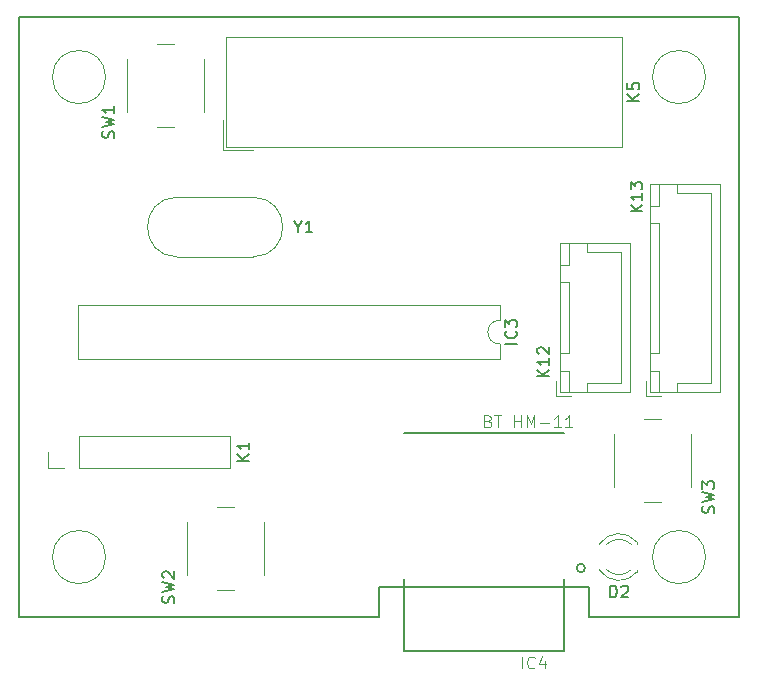
<source format=gbr>
G04 #@! TF.GenerationSoftware,KiCad,Pcbnew,5.0.2-bee76a0~70~ubuntu18.04.1*
G04 #@! TF.CreationDate,2019-02-21T11:42:00+01:00*
G04 #@! TF.ProjectId,PCB_Control,5043425f-436f-46e7-9472-6f6c2e6b6963,rev?*
G04 #@! TF.SameCoordinates,Original*
G04 #@! TF.FileFunction,Legend,Top*
G04 #@! TF.FilePolarity,Positive*
%FSLAX46Y46*%
G04 Gerber Fmt 4.6, Leading zero omitted, Abs format (unit mm)*
G04 Created by KiCad (PCBNEW 5.0.2-bee76a0~70~ubuntu18.04.1) date jeu. 21 févr. 2019 11:42:00 CET*
%MOMM*%
%LPD*%
G01*
G04 APERTURE LIST*
%ADD10C,0.150000*%
%ADD11C,0.200000*%
%ADD12C,0.120000*%
%ADD13C,0.050000*%
G04 APERTURE END LIST*
D10*
X177800000Y-119380000D02*
X177800000Y-116840000D01*
X195580000Y-119380000D02*
X208280000Y-119380000D01*
X195580000Y-116840000D02*
X195580000Y-119380000D01*
X177800000Y-116840000D02*
X195580000Y-116840000D01*
X147320000Y-119380000D02*
X177800000Y-119380000D01*
X147320000Y-119380000D02*
X147320000Y-68580000D01*
X147320000Y-68580000D02*
X208280000Y-68580000D01*
X208280000Y-68580000D02*
X208280000Y-119380000D01*
D11*
G04 #@! TO.C,IC4*
X193440000Y-122280000D02*
X179940000Y-122280000D01*
X179940000Y-122280000D02*
X179940000Y-116130000D01*
X179940000Y-103780000D02*
X193440000Y-103780000D01*
X195250550Y-115230000D02*
G75*
G03X195250550Y-115230000I-360550J0D01*
G01*
X193440000Y-116130000D02*
X193440000Y-122280000D01*
D12*
G04 #@! TO.C,*
X205450000Y-73660000D02*
G75*
G03X205450000Y-73660000I-2250000J0D01*
G01*
X154650000Y-73660000D02*
G75*
G03X154650000Y-73660000I-2250000J0D01*
G01*
X205450000Y-114300000D02*
G75*
G03X205450000Y-114300000I-2250000J0D01*
G01*
X154650000Y-114300000D02*
G75*
G03X154650000Y-114300000I-2250000J0D01*
G01*
G04 #@! TO.C,D2*
X196447665Y-115378608D02*
G75*
G03X199680000Y-115535516I1672335J1078608D01*
G01*
X196447665Y-113221392D02*
G75*
G02X199680000Y-113064484I1672335J-1078608D01*
G01*
X197078870Y-115379837D02*
G75*
G03X199160961Y-115380000I1041130J1079837D01*
G01*
X197078870Y-113220163D02*
G75*
G02X199160961Y-113220000I1041130J-1079837D01*
G01*
X199680000Y-115536000D02*
X199680000Y-115380000D01*
X199680000Y-113220000D02*
X199680000Y-113064000D01*
G04 #@! TO.C,K1*
X165160000Y-106740000D02*
X165160000Y-104080000D01*
X152400000Y-106740000D02*
X165160000Y-106740000D01*
X152400000Y-104080000D02*
X165160000Y-104080000D01*
X152400000Y-106740000D02*
X152400000Y-104080000D01*
X151130000Y-106740000D02*
X149800000Y-106740000D01*
X149800000Y-106740000D02*
X149800000Y-105410000D01*
G04 #@! TO.C,K5*
X164830000Y-70255000D02*
X198390000Y-70255000D01*
X198390000Y-70255000D02*
X198390000Y-79605000D01*
X198390000Y-79605000D02*
X164830000Y-79605000D01*
X164830000Y-79605000D02*
X164830000Y-70255000D01*
X164580000Y-79855000D02*
X167120000Y-79855000D01*
X164580000Y-79855000D02*
X164580000Y-77315000D01*
G04 #@! TO.C,K12*
X193120000Y-100350000D02*
X199090000Y-100350000D01*
X199090000Y-100350000D02*
X199090000Y-87730000D01*
X199090000Y-87730000D02*
X193120000Y-87730000D01*
X193120000Y-87730000D02*
X193120000Y-100350000D01*
X193130000Y-97040000D02*
X193880000Y-97040000D01*
X193880000Y-97040000D02*
X193880000Y-91040000D01*
X193880000Y-91040000D02*
X193130000Y-91040000D01*
X193130000Y-91040000D02*
X193130000Y-97040000D01*
X193130000Y-100340000D02*
X193880000Y-100340000D01*
X193880000Y-100340000D02*
X193880000Y-98540000D01*
X193880000Y-98540000D02*
X193130000Y-98540000D01*
X193130000Y-98540000D02*
X193130000Y-100340000D01*
X193130000Y-89540000D02*
X193880000Y-89540000D01*
X193880000Y-89540000D02*
X193880000Y-87740000D01*
X193880000Y-87740000D02*
X193130000Y-87740000D01*
X193130000Y-87740000D02*
X193130000Y-89540000D01*
X195380000Y-100340000D02*
X195380000Y-99590000D01*
X195380000Y-99590000D02*
X198330000Y-99590000D01*
X198330000Y-99590000D02*
X198330000Y-94040000D01*
X195380000Y-87740000D02*
X195380000Y-88490000D01*
X195380000Y-88490000D02*
X198330000Y-88490000D01*
X198330000Y-88490000D02*
X198330000Y-94040000D01*
X192830000Y-99390000D02*
X192830000Y-100640000D01*
X192830000Y-100640000D02*
X194080000Y-100640000D01*
G04 #@! TO.C,K13*
X200450000Y-100640000D02*
X201700000Y-100640000D01*
X200450000Y-99390000D02*
X200450000Y-100640000D01*
X205950000Y-83490000D02*
X205950000Y-91540000D01*
X203000000Y-83490000D02*
X205950000Y-83490000D01*
X203000000Y-82740000D02*
X203000000Y-83490000D01*
X205950000Y-99590000D02*
X205950000Y-91540000D01*
X203000000Y-99590000D02*
X205950000Y-99590000D01*
X203000000Y-100340000D02*
X203000000Y-99590000D01*
X200750000Y-82740000D02*
X200750000Y-84540000D01*
X201500000Y-82740000D02*
X200750000Y-82740000D01*
X201500000Y-84540000D02*
X201500000Y-82740000D01*
X200750000Y-84540000D02*
X201500000Y-84540000D01*
X200750000Y-98540000D02*
X200750000Y-100340000D01*
X201500000Y-98540000D02*
X200750000Y-98540000D01*
X201500000Y-100340000D02*
X201500000Y-98540000D01*
X200750000Y-100340000D02*
X201500000Y-100340000D01*
X200750000Y-86040000D02*
X200750000Y-97040000D01*
X201500000Y-86040000D02*
X200750000Y-86040000D01*
X201500000Y-97040000D02*
X201500000Y-86040000D01*
X200750000Y-97040000D02*
X201500000Y-97040000D01*
X200740000Y-82730000D02*
X200740000Y-100350000D01*
X206710000Y-82730000D02*
X200740000Y-82730000D01*
X206710000Y-100350000D02*
X206710000Y-82730000D01*
X200740000Y-100350000D02*
X206710000Y-100350000D01*
G04 #@! TO.C,SW1*
X162980000Y-76620000D02*
X162980000Y-72120000D01*
X158980000Y-77870000D02*
X160480000Y-77870000D01*
X156480000Y-72120000D02*
X156480000Y-76620000D01*
X160480000Y-70870000D02*
X158980000Y-70870000D01*
G04 #@! TO.C,SW2*
X165560000Y-110090000D02*
X164060000Y-110090000D01*
X161560000Y-111340000D02*
X161560000Y-115840000D01*
X164060000Y-117090000D02*
X165560000Y-117090000D01*
X168060000Y-115840000D02*
X168060000Y-111340000D01*
G04 #@! TO.C,SW3*
X204200000Y-108370000D02*
X204200000Y-103870000D01*
X200200000Y-109620000D02*
X201700000Y-109620000D01*
X197700000Y-103870000D02*
X197700000Y-108370000D01*
X201700000Y-102620000D02*
X200200000Y-102620000D01*
G04 #@! TO.C,Y1*
X167130000Y-88885000D02*
X160730000Y-88885000D01*
X167130000Y-83835000D02*
X160730000Y-83835000D01*
X167130000Y-83835000D02*
G75*
G02X167130000Y-88885000I0J-2525000D01*
G01*
X160730000Y-83835000D02*
G75*
G03X160730000Y-88885000I0J-2525000D01*
G01*
G04 #@! TO.C,IC3*
X188020000Y-96250000D02*
G75*
G02X188020000Y-94250000I0J1000000D01*
G01*
X188020000Y-94250000D02*
X188020000Y-93000000D01*
X188020000Y-93000000D02*
X152340000Y-93000000D01*
X152340000Y-93000000D02*
X152340000Y-97500000D01*
X152340000Y-97500000D02*
X188020000Y-97500000D01*
X188020000Y-97500000D02*
X188020000Y-96250000D01*
G04 #@! TD*
G04 #@! TO.C,IC4*
D13*
X189927204Y-123728555D02*
X189927204Y-122727505D01*
X190975923Y-123633217D02*
X190928254Y-123680886D01*
X190785247Y-123728555D01*
X190689909Y-123728555D01*
X190546902Y-123680886D01*
X190451564Y-123585548D01*
X190403895Y-123490210D01*
X190356225Y-123299534D01*
X190356225Y-123156527D01*
X190403895Y-122965851D01*
X190451564Y-122870513D01*
X190546902Y-122775175D01*
X190689909Y-122727505D01*
X190785247Y-122727505D01*
X190928254Y-122775175D01*
X190975923Y-122822844D01*
X191833966Y-123061189D02*
X191833966Y-123728555D01*
X191595621Y-122679836D02*
X191357275Y-123394872D01*
X191976973Y-123394872D01*
X187058312Y-102780278D02*
X187201355Y-102827959D01*
X187249036Y-102875640D01*
X187296717Y-102971002D01*
X187296717Y-103114045D01*
X187249036Y-103209407D01*
X187201355Y-103257088D01*
X187105993Y-103304769D01*
X186724546Y-103304769D01*
X186724546Y-102303469D01*
X187058312Y-102303469D01*
X187153674Y-102351150D01*
X187201355Y-102398830D01*
X187249036Y-102494192D01*
X187249036Y-102589554D01*
X187201355Y-102684916D01*
X187153674Y-102732597D01*
X187058312Y-102780278D01*
X186724546Y-102780278D01*
X187582803Y-102303469D02*
X188154974Y-102303469D01*
X187868889Y-103304769D02*
X187868889Y-102303469D01*
X189251636Y-103304769D02*
X189251636Y-102303469D01*
X189251636Y-102780278D02*
X189823808Y-102780278D01*
X189823808Y-103304769D02*
X189823808Y-102303469D01*
X190300617Y-103304769D02*
X190300617Y-102303469D01*
X190634384Y-103018683D01*
X190968150Y-102303469D01*
X190968150Y-103304769D01*
X191444960Y-102923321D02*
X192207855Y-102923321D01*
X193209155Y-103304769D02*
X192636984Y-103304769D01*
X192923070Y-103304769D02*
X192923070Y-102303469D01*
X192827708Y-102446511D01*
X192732346Y-102541873D01*
X192636984Y-102589554D01*
X194162774Y-103304769D02*
X193590603Y-103304769D01*
X193876689Y-103304769D02*
X193876689Y-102303469D01*
X193781327Y-102446511D01*
X193685965Y-102541873D01*
X193590603Y-102589554D01*
G04 #@! TO.C,*
D10*
G04 #@! TO.C,D2*
X197381904Y-117712380D02*
X197381904Y-116712380D01*
X197620000Y-116712380D01*
X197762857Y-116760000D01*
X197858095Y-116855238D01*
X197905714Y-116950476D01*
X197953333Y-117140952D01*
X197953333Y-117283809D01*
X197905714Y-117474285D01*
X197858095Y-117569523D01*
X197762857Y-117664761D01*
X197620000Y-117712380D01*
X197381904Y-117712380D01*
X198334285Y-116807619D02*
X198381904Y-116760000D01*
X198477142Y-116712380D01*
X198715238Y-116712380D01*
X198810476Y-116760000D01*
X198858095Y-116807619D01*
X198905714Y-116902857D01*
X198905714Y-116998095D01*
X198858095Y-117140952D01*
X198286666Y-117712380D01*
X198905714Y-117712380D01*
G04 #@! TO.C,K1*
X166822380Y-106148095D02*
X165822380Y-106148095D01*
X166822380Y-105576666D02*
X166250952Y-106005238D01*
X165822380Y-105576666D02*
X166393809Y-106148095D01*
X166822380Y-104624285D02*
X166822380Y-105195714D01*
X166822380Y-104910000D02*
X165822380Y-104910000D01*
X165965238Y-105005238D01*
X166060476Y-105100476D01*
X166108095Y-105195714D01*
G04 #@! TO.C,K5*
X199842380Y-75668095D02*
X198842380Y-75668095D01*
X199842380Y-75096666D02*
X199270952Y-75525238D01*
X198842380Y-75096666D02*
X199413809Y-75668095D01*
X198842380Y-74191904D02*
X198842380Y-74668095D01*
X199318571Y-74715714D01*
X199270952Y-74668095D01*
X199223333Y-74572857D01*
X199223333Y-74334761D01*
X199270952Y-74239523D01*
X199318571Y-74191904D01*
X199413809Y-74144285D01*
X199651904Y-74144285D01*
X199747142Y-74191904D01*
X199794761Y-74239523D01*
X199842380Y-74334761D01*
X199842380Y-74572857D01*
X199794761Y-74668095D01*
X199747142Y-74715714D01*
G04 #@! TO.C,K12*
X192222380Y-99004285D02*
X191222380Y-99004285D01*
X192222380Y-98432857D02*
X191650952Y-98861428D01*
X191222380Y-98432857D02*
X191793809Y-99004285D01*
X192222380Y-97480476D02*
X192222380Y-98051904D01*
X192222380Y-97766190D02*
X191222380Y-97766190D01*
X191365238Y-97861428D01*
X191460476Y-97956666D01*
X191508095Y-98051904D01*
X191317619Y-97099523D02*
X191270000Y-97051904D01*
X191222380Y-96956666D01*
X191222380Y-96718571D01*
X191270000Y-96623333D01*
X191317619Y-96575714D01*
X191412857Y-96528095D01*
X191508095Y-96528095D01*
X191650952Y-96575714D01*
X192222380Y-97147142D01*
X192222380Y-96528095D01*
G04 #@! TO.C,K13*
X200102380Y-85034285D02*
X199102380Y-85034285D01*
X200102380Y-84462857D02*
X199530952Y-84891428D01*
X199102380Y-84462857D02*
X199673809Y-85034285D01*
X200102380Y-83510476D02*
X200102380Y-84081904D01*
X200102380Y-83796190D02*
X199102380Y-83796190D01*
X199245238Y-83891428D01*
X199340476Y-83986666D01*
X199388095Y-84081904D01*
X199102380Y-83177142D02*
X199102380Y-82558095D01*
X199483333Y-82891428D01*
X199483333Y-82748571D01*
X199530952Y-82653333D01*
X199578571Y-82605714D01*
X199673809Y-82558095D01*
X199911904Y-82558095D01*
X200007142Y-82605714D01*
X200054761Y-82653333D01*
X200102380Y-82748571D01*
X200102380Y-83034285D01*
X200054761Y-83129523D01*
X200007142Y-83177142D01*
G04 #@! TO.C,SW1*
X155344761Y-78803333D02*
X155392380Y-78660476D01*
X155392380Y-78422380D01*
X155344761Y-78327142D01*
X155297142Y-78279523D01*
X155201904Y-78231904D01*
X155106666Y-78231904D01*
X155011428Y-78279523D01*
X154963809Y-78327142D01*
X154916190Y-78422380D01*
X154868571Y-78612857D01*
X154820952Y-78708095D01*
X154773333Y-78755714D01*
X154678095Y-78803333D01*
X154582857Y-78803333D01*
X154487619Y-78755714D01*
X154440000Y-78708095D01*
X154392380Y-78612857D01*
X154392380Y-78374761D01*
X154440000Y-78231904D01*
X154392380Y-77898571D02*
X155392380Y-77660476D01*
X154678095Y-77470000D01*
X155392380Y-77279523D01*
X154392380Y-77041428D01*
X155392380Y-76136666D02*
X155392380Y-76708095D01*
X155392380Y-76422380D02*
X154392380Y-76422380D01*
X154535238Y-76517619D01*
X154630476Y-76612857D01*
X154678095Y-76708095D01*
G04 #@! TO.C,SW2*
X160424761Y-118173333D02*
X160472380Y-118030476D01*
X160472380Y-117792380D01*
X160424761Y-117697142D01*
X160377142Y-117649523D01*
X160281904Y-117601904D01*
X160186666Y-117601904D01*
X160091428Y-117649523D01*
X160043809Y-117697142D01*
X159996190Y-117792380D01*
X159948571Y-117982857D01*
X159900952Y-118078095D01*
X159853333Y-118125714D01*
X159758095Y-118173333D01*
X159662857Y-118173333D01*
X159567619Y-118125714D01*
X159520000Y-118078095D01*
X159472380Y-117982857D01*
X159472380Y-117744761D01*
X159520000Y-117601904D01*
X159472380Y-117268571D02*
X160472380Y-117030476D01*
X159758095Y-116840000D01*
X160472380Y-116649523D01*
X159472380Y-116411428D01*
X159567619Y-116078095D02*
X159520000Y-116030476D01*
X159472380Y-115935238D01*
X159472380Y-115697142D01*
X159520000Y-115601904D01*
X159567619Y-115554285D01*
X159662857Y-115506666D01*
X159758095Y-115506666D01*
X159900952Y-115554285D01*
X160472380Y-116125714D01*
X160472380Y-115506666D01*
G04 #@! TO.C,SW3*
X206144761Y-110553333D02*
X206192380Y-110410476D01*
X206192380Y-110172380D01*
X206144761Y-110077142D01*
X206097142Y-110029523D01*
X206001904Y-109981904D01*
X205906666Y-109981904D01*
X205811428Y-110029523D01*
X205763809Y-110077142D01*
X205716190Y-110172380D01*
X205668571Y-110362857D01*
X205620952Y-110458095D01*
X205573333Y-110505714D01*
X205478095Y-110553333D01*
X205382857Y-110553333D01*
X205287619Y-110505714D01*
X205240000Y-110458095D01*
X205192380Y-110362857D01*
X205192380Y-110124761D01*
X205240000Y-109981904D01*
X205192380Y-109648571D02*
X206192380Y-109410476D01*
X205478095Y-109220000D01*
X206192380Y-109029523D01*
X205192380Y-108791428D01*
X205192380Y-108505714D02*
X205192380Y-107886666D01*
X205573333Y-108220000D01*
X205573333Y-108077142D01*
X205620952Y-107981904D01*
X205668571Y-107934285D01*
X205763809Y-107886666D01*
X206001904Y-107886666D01*
X206097142Y-107934285D01*
X206144761Y-107981904D01*
X206192380Y-108077142D01*
X206192380Y-108362857D01*
X206144761Y-108458095D01*
X206097142Y-108505714D01*
G04 #@! TO.C,Y1*
X170973809Y-86336190D02*
X170973809Y-86812380D01*
X170640476Y-85812380D02*
X170973809Y-86336190D01*
X171307142Y-85812380D01*
X172164285Y-86812380D02*
X171592857Y-86812380D01*
X171878571Y-86812380D02*
X171878571Y-85812380D01*
X171783333Y-85955238D01*
X171688095Y-86050476D01*
X171592857Y-86098095D01*
G04 #@! TO.C,IC3*
X189472380Y-96226190D02*
X188472380Y-96226190D01*
X189377142Y-95178571D02*
X189424761Y-95226190D01*
X189472380Y-95369047D01*
X189472380Y-95464285D01*
X189424761Y-95607142D01*
X189329523Y-95702380D01*
X189234285Y-95750000D01*
X189043809Y-95797619D01*
X188900952Y-95797619D01*
X188710476Y-95750000D01*
X188615238Y-95702380D01*
X188520000Y-95607142D01*
X188472380Y-95464285D01*
X188472380Y-95369047D01*
X188520000Y-95226190D01*
X188567619Y-95178571D01*
X188472380Y-94845238D02*
X188472380Y-94226190D01*
X188853333Y-94559523D01*
X188853333Y-94416666D01*
X188900952Y-94321428D01*
X188948571Y-94273809D01*
X189043809Y-94226190D01*
X189281904Y-94226190D01*
X189377142Y-94273809D01*
X189424761Y-94321428D01*
X189472380Y-94416666D01*
X189472380Y-94702380D01*
X189424761Y-94797619D01*
X189377142Y-94845238D01*
G04 #@! TD*
M02*

</source>
